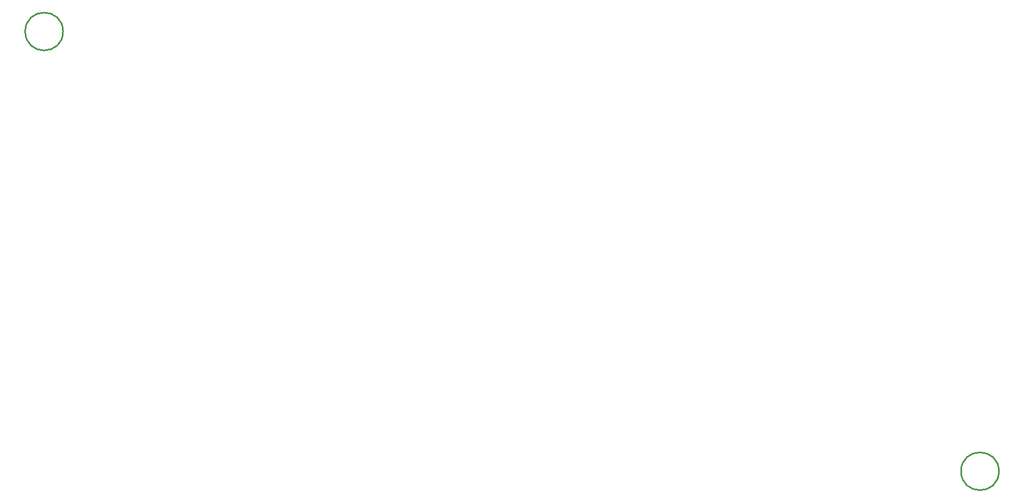
<source format=gko>
G04*
G04 #@! TF.GenerationSoftware,Altium Limited,Altium Designer,25.5.2 (35)*
G04*
G04 Layer_Color=16711935*
%FSLAX44Y44*%
%MOMM*%
G71*
G04*
G04 #@! TF.SameCoordinates,5C3ED261-42B6-482D-99A8-9BAFA3442630*
G04*
G04*
G04 #@! TF.FilePolarity,Positive*
G04*
G01*
G75*
%ADD10C,0.2540*%
D10*
X1760010Y297180D02*
G03*
X1760010Y297180I-29000J0D01*
G01*
X326180Y971550D02*
G03*
X326180Y971550I-29000J0D01*
G01*
M02*

</source>
